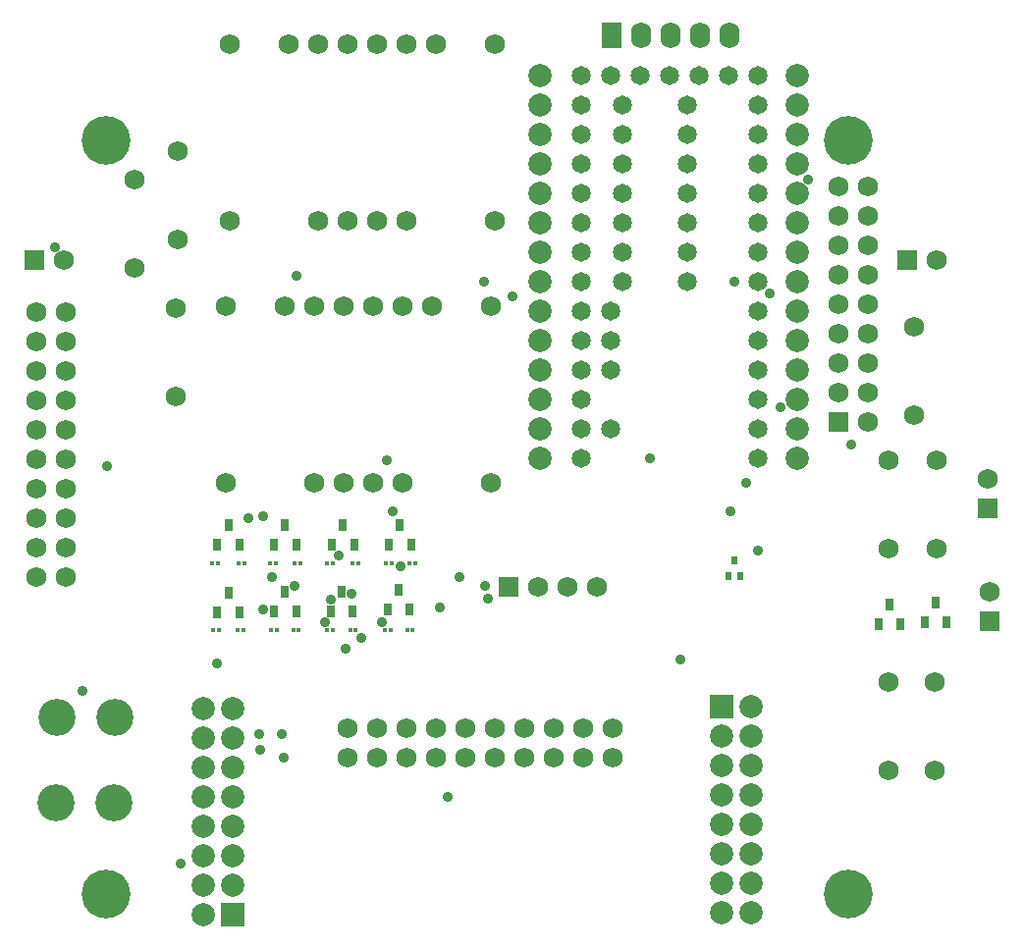
<source format=gts>
G04 Layer_Color=20142*
%FSLAX24Y24*%
%MOIN*%
G70*
G01*
G75*
%ADD27C,0.0650*%
%ADD38R,0.0220X0.0280*%
%ADD39R,0.0138X0.0177*%
%ADD40R,0.0316X0.0434*%
%ADD41R,0.0316X0.0434*%
%ADD42C,0.0680*%
%ADD43R,0.0680X0.0680*%
%ADD44C,0.0789*%
%ADD45R,0.0789X0.0789*%
%ADD46C,0.0789*%
%ADD47O,0.0680X0.0880*%
%ADD48R,0.0680X0.0880*%
%ADD49C,0.1655*%
%ADD50C,0.1261*%
%ADD51R,0.0680X0.0680*%
%ADD52R,0.0690X0.0690*%
%ADD53C,0.0690*%
%ADD54C,0.0356*%
D27*
X34732Y41189D02*
D03*
Y42189D02*
D03*
Y43189D02*
D03*
Y44189D02*
D03*
Y45189D02*
D03*
Y46189D02*
D03*
Y47189D02*
D03*
Y48189D02*
D03*
Y49189D02*
D03*
Y50189D02*
D03*
Y51189D02*
D03*
Y52189D02*
D03*
Y53189D02*
D03*
Y54189D02*
D03*
X28732D02*
D03*
Y53189D02*
D03*
Y52189D02*
D03*
Y51189D02*
D03*
Y50189D02*
D03*
Y49189D02*
D03*
Y48189D02*
D03*
Y47189D02*
D03*
Y46189D02*
D03*
Y45189D02*
D03*
Y44189D02*
D03*
Y43189D02*
D03*
Y42189D02*
D03*
Y41189D02*
D03*
X29738Y54189D02*
D03*
X30738D02*
D03*
X31738D02*
D03*
X32738D02*
D03*
X33738D02*
D03*
X30138Y53189D02*
D03*
X32338D02*
D03*
Y52189D02*
D03*
X30138D02*
D03*
Y51189D02*
D03*
X32338D02*
D03*
Y50189D02*
D03*
X30138D02*
D03*
Y49189D02*
D03*
X32338D02*
D03*
Y48189D02*
D03*
X30138D02*
D03*
Y47189D02*
D03*
X32338D02*
D03*
X29738Y46189D02*
D03*
Y45189D02*
D03*
Y44189D02*
D03*
Y42189D02*
D03*
D38*
X33937Y37696D02*
D03*
X34134Y37186D02*
D03*
X33740D02*
D03*
D39*
X22070Y35354D02*
D03*
X22261D02*
D03*
X23009D02*
D03*
X22818D02*
D03*
X22109Y37598D02*
D03*
X22300D02*
D03*
X23088D02*
D03*
X22897D02*
D03*
X20292Y35354D02*
D03*
X20101D02*
D03*
X21080D02*
D03*
X20889D02*
D03*
X20101Y37598D02*
D03*
X20292D02*
D03*
X21159D02*
D03*
X20967D02*
D03*
X18212Y35354D02*
D03*
X18403D02*
D03*
X19151D02*
D03*
X18960D02*
D03*
X16204Y37598D02*
D03*
X16395D02*
D03*
X17300D02*
D03*
X17109D02*
D03*
X19190D02*
D03*
X18999D02*
D03*
X18172D02*
D03*
X18363D02*
D03*
X17261Y35354D02*
D03*
X17070D02*
D03*
X16243D02*
D03*
X16434D02*
D03*
D40*
X40768Y36260D02*
D03*
X39193Y36220D02*
D03*
X16752Y38898D02*
D03*
X18681D02*
D03*
X16752Y36614D02*
D03*
X20650Y38898D02*
D03*
X18681Y36654D02*
D03*
X20610D02*
D03*
X22579Y38898D02*
D03*
X22539Y36693D02*
D03*
D41*
X41142Y35591D02*
D03*
X40394D02*
D03*
X39567Y35551D02*
D03*
X38819D02*
D03*
X17126Y38228D02*
D03*
X16378D02*
D03*
X19055D02*
D03*
X18307D02*
D03*
X17126Y35945D02*
D03*
X16378D02*
D03*
X21024Y38228D02*
D03*
X20276D02*
D03*
X19055Y35984D02*
D03*
X18307D02*
D03*
X20984D02*
D03*
X20236D02*
D03*
X22953Y38228D02*
D03*
X22205D02*
D03*
X22913Y36024D02*
D03*
X22165D02*
D03*
D42*
X21669Y40339D02*
D03*
X20669D02*
D03*
X18669Y46339D02*
D03*
X19669D02*
D03*
X22669Y40339D02*
D03*
X20669Y46339D02*
D03*
X23669D02*
D03*
X22669D02*
D03*
X19669Y40339D02*
D03*
X21669Y46339D02*
D03*
X16669Y40339D02*
D03*
X25669D02*
D03*
X16669Y46339D02*
D03*
X25669D02*
D03*
X21787Y49236D02*
D03*
X20787D02*
D03*
X18787Y55236D02*
D03*
X19787D02*
D03*
X22787Y49236D02*
D03*
X20787Y55236D02*
D03*
X23787D02*
D03*
X22787D02*
D03*
X19787Y49236D02*
D03*
X21787Y55236D02*
D03*
X16787Y49236D02*
D03*
X25787D02*
D03*
X16787Y55236D02*
D03*
X25787D02*
D03*
X13583Y47634D02*
D03*
Y50634D02*
D03*
X11169Y47913D02*
D03*
X40815D02*
D03*
X40039Y42634D02*
D03*
Y45634D02*
D03*
X39173Y41106D02*
D03*
Y38106D02*
D03*
X40787Y41106D02*
D03*
Y38106D02*
D03*
X40748Y33587D02*
D03*
Y30587D02*
D03*
X39173Y33587D02*
D03*
Y30587D02*
D03*
X15039Y51618D02*
D03*
Y48618D02*
D03*
X14961Y46264D02*
D03*
Y43264D02*
D03*
X10228Y46142D02*
D03*
X11228D02*
D03*
X10228Y45142D02*
D03*
X11228D02*
D03*
X10228Y44142D02*
D03*
X11228D02*
D03*
X10228Y43142D02*
D03*
X11228D02*
D03*
X10228Y42142D02*
D03*
X11228D02*
D03*
X10228Y41142D02*
D03*
X11228D02*
D03*
X10228Y40142D02*
D03*
X11228D02*
D03*
X10228Y39142D02*
D03*
X11228D02*
D03*
X10228Y38142D02*
D03*
X11228D02*
D03*
X10228Y37142D02*
D03*
X11228D02*
D03*
X29787Y32016D02*
D03*
Y31016D02*
D03*
X28787Y32016D02*
D03*
Y31016D02*
D03*
X27787Y32016D02*
D03*
Y31016D02*
D03*
X26787Y32016D02*
D03*
Y31016D02*
D03*
X25787Y32016D02*
D03*
Y31016D02*
D03*
X24787Y32016D02*
D03*
Y31016D02*
D03*
X23787Y32016D02*
D03*
Y31016D02*
D03*
X22787Y32016D02*
D03*
Y31016D02*
D03*
X21787Y32016D02*
D03*
Y31016D02*
D03*
X20787Y32016D02*
D03*
Y31016D02*
D03*
X42520Y40461D02*
D03*
X42598Y36642D02*
D03*
X38453Y42417D02*
D03*
X37453Y43417D02*
D03*
X38453D02*
D03*
X37453Y44417D02*
D03*
X38453D02*
D03*
X37453Y45417D02*
D03*
X38453D02*
D03*
X37453Y46417D02*
D03*
X38453D02*
D03*
X37453Y47417D02*
D03*
X38453D02*
D03*
X37453Y48417D02*
D03*
X38453D02*
D03*
X37453Y49417D02*
D03*
X38453D02*
D03*
X37453Y50417D02*
D03*
X38453D02*
D03*
D43*
X10169Y47913D02*
D03*
X39815D02*
D03*
D44*
X34504Y28756D02*
D03*
X33504D02*
D03*
X34504Y29756D02*
D03*
X33504D02*
D03*
X34504Y30756D02*
D03*
X33504D02*
D03*
X34504Y31756D02*
D03*
X33504D02*
D03*
X34504Y32756D02*
D03*
X27323Y41181D02*
D03*
Y42181D02*
D03*
Y43181D02*
D03*
Y44181D02*
D03*
Y45181D02*
D03*
Y46181D02*
D03*
Y47181D02*
D03*
Y48181D02*
D03*
Y49181D02*
D03*
Y50181D02*
D03*
Y51181D02*
D03*
Y52181D02*
D03*
Y53181D02*
D03*
Y54181D02*
D03*
X15890Y29669D02*
D03*
X16890D02*
D03*
X15890Y28669D02*
D03*
X16890D02*
D03*
X15890Y27669D02*
D03*
X16890D02*
D03*
X15890Y26669D02*
D03*
X16890D02*
D03*
X15890Y25669D02*
D03*
X36063Y41181D02*
D03*
Y42181D02*
D03*
Y43181D02*
D03*
Y44181D02*
D03*
Y45181D02*
D03*
Y46181D02*
D03*
Y47181D02*
D03*
Y48181D02*
D03*
Y49181D02*
D03*
Y50181D02*
D03*
Y51181D02*
D03*
Y52181D02*
D03*
Y53181D02*
D03*
Y54181D02*
D03*
D45*
X33504Y32756D02*
D03*
X16890Y25669D02*
D03*
D46*
X33504Y27756D02*
D03*
X34504D02*
D03*
X33504Y26756D02*
D03*
X34504D02*
D03*
X33504Y25756D02*
D03*
X34504D02*
D03*
X16890Y30669D02*
D03*
X15890D02*
D03*
X16890Y31669D02*
D03*
X15890D02*
D03*
X16890Y32669D02*
D03*
X15890D02*
D03*
D47*
X33764Y55551D02*
D03*
X32764D02*
D03*
X31764D02*
D03*
X30764D02*
D03*
D48*
X29764D02*
D03*
D49*
X37795Y51968D02*
D03*
X12598Y26378D02*
D03*
X37795D02*
D03*
X12598Y51968D02*
D03*
D50*
X10906Y29488D02*
D03*
X12874D02*
D03*
X10945Y32362D02*
D03*
X12913D02*
D03*
D51*
X42520Y39461D02*
D03*
X42598Y35642D02*
D03*
X37453Y42417D02*
D03*
D52*
X26252Y36811D02*
D03*
D53*
X27252D02*
D03*
X28252D02*
D03*
X29252D02*
D03*
D54*
X31070Y41180D02*
D03*
X10880Y48330D02*
D03*
X25580Y36400D02*
D03*
X32110Y34350D02*
D03*
X33790Y39380D02*
D03*
X17930Y36040D02*
D03*
X19080Y47360D02*
D03*
X26414Y46680D02*
D03*
X35120Y46760D02*
D03*
X37890Y41640D02*
D03*
X22120Y41120D02*
D03*
X34730Y38040D02*
D03*
X21260Y35080D02*
D03*
X25421Y47181D02*
D03*
X15150Y27420D02*
D03*
X17800Y31810D02*
D03*
X24190Y29670D02*
D03*
X25460Y36850D02*
D03*
X20490Y37860D02*
D03*
X17840Y31270D02*
D03*
X18575Y31795D02*
D03*
X16360Y34200D02*
D03*
X20236Y36370D02*
D03*
X23940Y36120D02*
D03*
X12640Y40890D02*
D03*
X24590Y37130D02*
D03*
X11810Y33260D02*
D03*
X18634Y31008D02*
D03*
X35500Y42890D02*
D03*
X18240Y37140D02*
D03*
X19010Y36830D02*
D03*
X20030Y35610D02*
D03*
X22350Y39380D02*
D03*
X17940Y39220D02*
D03*
X34340Y40340D02*
D03*
X17446Y39130D02*
D03*
X20940Y36570D02*
D03*
X20750Y34690D02*
D03*
X21960Y35600D02*
D03*
X22600Y37500D02*
D03*
X33951Y47189D02*
D03*
X36440Y50640D02*
D03*
M02*

</source>
